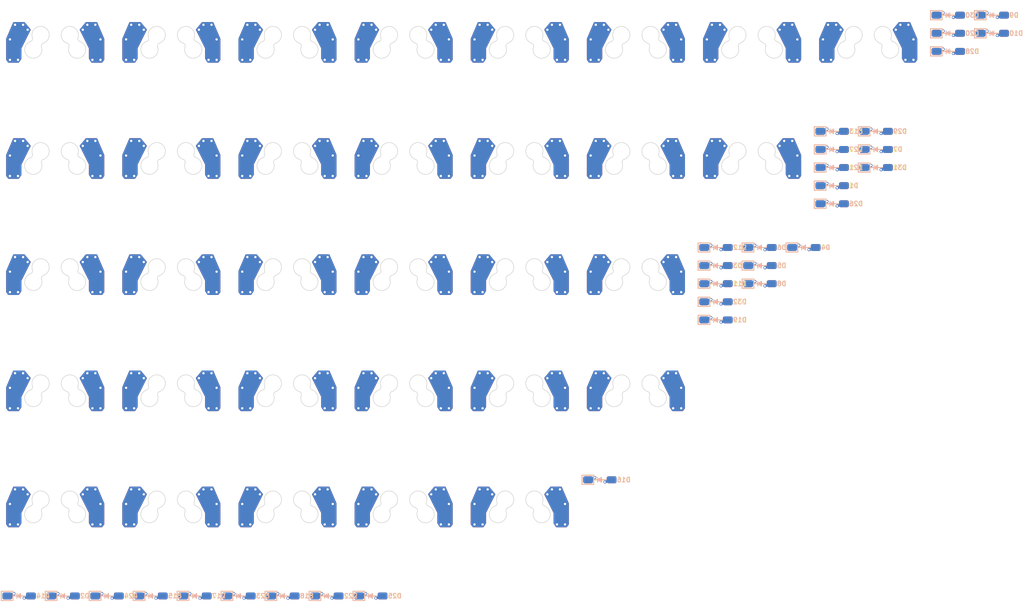
<source format=kicad_pcb>
(kicad_pcb (version 20211014) (generator pcbnew)
  (layers (0 "F.Cu" signal) (31 "B.Cu" signal) (34 "B.Paste" user) (35 "F.Paste" user) (36 "B.SilkS" user "B.Silkscreen") (37 "F.SilkS" user "F.Silkscreen") (38 "B.Mask" user) (39 "F.Mask" user) (44 "Edge.Cuts" user))
  (net 0 "")
  (net 1 "Net-(D1-Pad1)")
  (net 2 "ROW1")
  (net 3 "Net-(D2-Pad1)")
  (net 4 "ROW2")
  (net 5 "Net-(D3-Pad1)")
  (net 6 "ROW3")
  (net 7 "Net-(D4-Pad1)")
  (net 8 "ROW4")
  (net 9 "Net-(D5-Pad1)")
  (net 10 "Net-(D6-Pad1)")
  (net 11 "Net-(D7-Pad1)")
  (net 12 "Net-(D8-Pad1)")
  (net 13 "Net-(D9-Pad1)")
  (net 14 "Net-(D10-Pad1)")
  (net 15 "Net-(D11-Pad1)")
  (net 16 "Net-(D12-Pad1)")
  (net 17 "Net-(D13-Pad1)")
  (net 18 "Net-(D14-Pad1)")
  (net 19 "Net-(D15-Pad1)")
  (net 20 "Net-(D16-Pad1)")
  (net 21 "Net-(D17-Pad1)")
  (net 22 "ROW5")
  (net 23 "Net-(D18-Pad1)")
  (net 24 "Net-(D19-Pad1)")
  (net 25 "Net-(D20-Pad1)")
  (net 26 "Net-(D21-Pad1)")
  (net 27 "Net-(D22-Pad1)")
  (net 28 "Net-(D23-Pad1)")
  (net 29 "Net-(D24-Pad1)")
  (net 30 "Net-(D25-Pad1)")
  (net 31 "Net-(D26-Pad1)")
  (net 32 "Net-(D27-Pad1)")
  (net 33 "Net-(D28-Pad1)")
  (net 34 "Net-(D29-Pad1)")
  (net 35 "Net-(D30-Pad1)")
  (net 36 "Net-(D31-Pad1)")
  (net 37 "Net-(D32-Pad1)")
  (net 38 "COL1")
  (net 39 "COL2")
  (net 40 "COL3")
  (net 41 "COL4")
  (net 42 "COL5")
  (net 43 "COL6")
  (net 44 "COL7")
  (footprint "reversible-footprints:MX-1U-Hotswap" (layer "F.Cu") (at 189.16 37.29)
    (fp_text reference "SW21")
    (fp_text value "SW_Push")
    (fp_arc (start -2.389 -3.02) (mid -4.481247 -1.198706) (end -4.277581 -3.965135) (layer "Edge.Cuts") (width 0.1))
    (fp_arc (start -2.389 -3.02) (mid -2.362333 -3.403985) (end -2.070858 -3.655378) (layer "Edge.Cuts") (width 0.1))
    (fp_arc (start -3.96108 -4.600241) (mid -1.869375 -6.421603) (end -2.070859 -3.655379) (layer "Edge.Cuts") (width 0.1))
    (fp_arc (start -3.96108 -4.600241) (mid -3.987242 -4.216863) (end -4.277581 -3.965135) (layer "Edge.Cuts") (width 0.1))
    (fp_arc (start 2.070859 -3.655379) (mid 1.869375 -6.421604) (end 3.96108 -4.600241) (layer "Edge.Cuts") (width 0.1))
    (fp_arc (start 4.277581 -3.965135) (mid 3.987242 -4.216863) (end 3.96108 -4.600241) (layer "Edge.Cuts") (width 0.1))
    (fp_arc (start 2.070858 -3.655378) (mid 2.362333 -3.403985) (end 2.389 -3.02) (layer "Edge.Cuts") (width 0.1))
    (fp_arc (start 4.277581 -3.965135) (mid 4.481247 -1.198706) (end 2.389 -3.02) (layer "Edge.Cuts") (width 0.1))
  )
  (footprint "reversible-footprints:MX-1U-Hotswap" (layer "F.Cu") (at 47.69 57.5)
    (fp_text reference "SW32")
    (fp_text value "SW_Push")
    (fp_arc (start 2.070859 -3.655379) (mid 1.869375 -6.421604) (end 3.96108 -4.600241) (layer "Edge.Cuts") (width 0.1))
    (fp_arc (start -3.96108 -4.600241) (mid -1.869375 -6.421603) (end -2.070859 -3.655379) (layer "Edge.Cuts") (width 0.1))
    (fp_arc (start -2.389 -3.02) (mid -4.481247 -1.198706) (end -4.277581 -3.965135) (layer "Edge.Cuts") (width 0.1))
    (fp_arc (start 4.277581 -3.965135) (mid 3.987242 -4.216863) (end 3.96108 -4.600241) (layer "Edge.Cuts") (width 0.1))
    (fp_arc (start -2.389 -3.02) (mid -2.362333 -3.403985) (end -2.070858 -3.655378) (layer "Edge.Cuts") (width 0.1))
    (fp_arc (start 2.070858 -3.655378) (mid 2.362333 -3.403985) (end 2.389 -3.02) (layer "Edge.Cuts") (width 0.1))
    (fp_arc (start 4.277581 -3.965135) (mid 4.481247 -1.198706) (end 2.389 -3.02) (layer "Edge.Cuts") (width 0.1))
    (fp_arc (start -3.96108 -4.600241) (mid -3.987242 -4.216863) (end -4.277581 -3.965135) (layer "Edge.Cuts") (width 0.1))
  )
  (footprint "reversible-footprints:MX-1U-Hotswap" (layer "F.Cu") (at 148.74 77.71)
    (fp_text reference "SW27")
    (fp_text value "SW_Push")
    (fp_arc (start -3.96108 -4.600241) (mid -1.869375 -6.421603) (end -2.070859 -3.655379) (layer "Edge.Cuts") (width 0.1))
    (fp_arc (start 2.070858 -3.655378) (mid 2.362333 -3.403985) (end 2.389 -3.02) (layer "Edge.Cuts") (width 0.1))
    (fp_arc (start 2.070859 -3.655379) (mid 1.869375 -6.421604) (end 3.96108 -4.600241) (layer "Edge.Cuts") (width 0.1))
    (fp_arc (start 4.277581 -3.965135) (mid 4.481247 -1.198706) (end 2.389 -3.02) (layer "Edge.Cuts") (width 0.1))
    (fp_arc (start 4.277581 -3.965135) (mid 3.987242 -4.216863) (end 3.96108 -4.600241) (layer "Edge.Cuts") (width 0.1))
    (fp_arc (start -2.389 -3.02) (mid -2.362333 -3.403985) (end -2.070858 -3.655378) (layer "Edge.Cuts") (width 0.1))
    (fp_arc (start -2.389 -3.02) (mid -4.481247 -1.198706) (end -4.277581 -3.965135) (layer "Edge.Cuts") (width 0.1))
    (fp_arc (start -3.96108 -4.600241) (mid -3.987242 -4.216863) (end -4.277581 -3.965135) (layer "Edge.Cuts") (width 0.1))
  )
  (footprint "reversible-footprints:D_SOD-123" (layer "F.Cu") (at 87.31 129.81)
    (fp_text reference "D18")
    (fp_text value "1N4148")
  )
  (footprint "reversible-footprints:MX-1U-Hotswap" (layer "F.Cu") (at 108.32 77.71)
    (fp_text reference "SW2")
    (fp_text value "SW_Push")
    (fp_arc (start 4.277581 -3.965135) (mid 4.481247 -1.198706) (end 2.389 -3.02) (layer "Edge.Cuts") (width 0.1))
    (fp_arc (start 4.277581 -3.965135) (mid 3.987242 -4.216863) (end 3.96108 -4.600241) (layer "Edge.Cuts") (width 0.1))
    (fp_arc (start -2.389 -3.02) (mid -4.481247 -1.198706) (end -4.277581 -3.965135) (layer "Edge.Cuts") (width 0.1))
    (fp_arc (start 2.070858 -3.655378) (mid 2.362333 -3.403985) (end 2.389 -3.02) (layer "Edge.Cuts") (width 0.1))
    (fp_arc (start -3.96108 -4.600241) (mid -1.869375 -6.421603) (end -2.070859 -3.655379) (layer "Edge.Cuts") (width 0.1))
    (fp_arc (start 2.070859 -3.655379) (mid 1.869375 -6.421604) (end 3.96108 -4.600241) (layer "Edge.Cuts") (width 0.1))
    (fp_arc (start -3.96108 -4.600241) (mid -3.987242 -4.216863) (end -4.277581 -3.965135) (layer "Edge.Cuts") (width 0.1))
    (fp_arc (start -2.389 -3.02) (mid -2.362333 -3.403985) (end -2.070858 -3.655378) (layer "Edge.Cuts") (width 0.1))
  )
  (footprint "reversible-footprints:D_SOD-123" (layer "F.Cu") (at 210.74 31.91)
    (fp_text reference "D10")
    (fp_text value "1N4148")
  )
  (footprint "reversible-footprints:MX-1U-Hotswap" (layer "F.Cu") (at 88.11 37.29)
    (fp_text reference "SW11")
    (fp_text value "SW_Push")
    (fp_arc (start 2.070859 -3.655379) (mid 1.869375 -6.421604) (end 3.96108 -4.600241) (layer "Edge.Cuts") (width 0.1))
    (fp_arc (start -3.96108 -4.600241) (mid -1.869375 -6.421603) (end -2.070859 -3.655379) (layer "Edge.Cuts") (width 0.1))
    (fp_arc (start 2.070858 -3.655378) (mid 2.362333 -3.403985) (end 2.389 -3.02) (layer "Edge.Cuts") (width 0.1))
    (fp_arc (start 4.277581 -3.965135) (mid 3.987242 -4.216863) (end 3.96108 -4.600241) (layer "Edge.Cuts") (width 0.1))
    (fp_arc (start -3.96108 -4.600241) (mid -3.987242 -4.216863) (end -4.277581 -3.965135) (layer "Edge.Cuts") (width 0.1))
    (fp_arc (start 4.277581 -3.965135) (mid 4.481247 -1.198706) (end 2.389 -3.02) (layer "Edge.Cuts") (width 0.1))
    (fp_arc (start -2.389 -3.02) (mid -4.481247 -1.198706) (end -4.277581 -3.965135) (layer "Edge.Cuts") (width 0.1))
    (fp_arc (start -2.389 -3.02) (mid -2.362333 -3.403985) (end -2.070858 -3.655378) (layer "Edge.Cuts") (width 0.1))
  )
  (footprint "reversible-footprints:D_SOD-123" (layer "F.Cu") (at 170.32 75.48)
    (fp_text reference "D8")
    (fp_text value "1N4148")
  )
  (footprint "reversible-footprints:D_SOD-123" (layer "F.Cu") (at 102.61 129.81)
    (fp_text reference "D25")
    (fp_text value "1N4148")
  )
  (footprint "reversible-footprints:D_SOD-123" (layer "F.Cu") (at 49.06 129.81)
    (fp_text reference "D2")
    (fp_text value "1N4148")
  )
  (footprint "reversible-footprints:D_SOD-123" (layer "F.Cu") (at 94.96 129.81)
    (fp_text reference "D22")
    (fp_text value "1N4148")
  )
  (footprint "reversible-footprints:D_SOD-123" (layer "F.Cu") (at 162.67 72.33)
    (fp_text reference "D3")
    (fp_text value "1N4148")
  )
  (footprint "reversible-footprints:MX-1U-Hotswap" (layer "F.Cu") (at 67.9 57.5)
    (fp_text reference "SW16")
    (fp_text value "SW_Push")
    (fp_arc (start 4.277581 -3.965135) (mid 3.987242 -4.216863) (end 3.96108 -4.600241) (layer "Edge.Cuts") (width 0.1))
    (fp_arc (start -2.389 -3.02) (mid -4.481247 -1.198706) (end -4.277581 -3.965135) (layer "Edge.Cuts") (width 0.1))
    (fp_arc (start -2.389 -3.02) (mid -2.362333 -3.403985) (end -2.070858 -3.655378) (layer "Edge.Cuts") (width 0.1))
    (fp_arc (start -3.96108 -4.600241) (mid -1.869375 -6.421603) (end -2.070859 -3.655379) (layer "Edge.Cuts") (width 0.1))
    (fp_arc (start 4.277581 -3.965135) (mid 4.481247 -1.198706) (end 2.389 -3.02) (layer "Edge.Cuts") (width 0.1))
    (fp_arc (start 2.070858 -3.655378) (mid 2.362333 -3.403985) (end 2.389 -3.02) (layer "Edge.Cuts") (width 0.1))
    (fp_arc (start -3.96108 -4.600241) (mid -3.987242 -4.216863) (end -4.277581 -3.965135) (layer "Edge.Cuts") (width 0.1))
    (fp_arc (start 2.070859 -3.655379) (mid 1.869375 -6.421604) (end 3.96108 -4.600241) (layer "Edge.Cuts") (width 0.1))
  )
  (footprint "reversible-footprints:MX-1U-Hotswap" (layer "F.Cu") (at 128.53 37.29)
    (fp_text reference "SW18")
    (fp_text value "SW_Push")
    (fp_arc (start -2.389 -3.02) (mid -2.362333 -3.403985) (end -2.070858 -3.655378) (layer "Edge.Cuts") (width 0.1))
    (fp_arc (start 2.070859 -3.655379) (mid 1.869375 -6.421604) (end 3.96108 -4.600241) (layer "Edge.Cuts") (width 0.1))
    (fp_arc (start 4.277581 -3.965135) (mid 4.481247 -1.198706) (end 2.389 -3.02) (layer "Edge.Cuts") (width 0.1))
    (fp_arc (start -3.96108 -4.600241) (mid -3.987242 -4.216863) (end -4.277581 -3.965135) (layer "Edge.Cuts") (width 0.1))
    (fp_arc (start 4.277581 -3.965135) (mid 3.987242 -4.216863) (end 3.96108 -4.600241) (layer "Edge.Cuts") (width 0.1))
    (fp_arc (start -2.389 -3.02) (mid -4.481247 -1.198706) (end -4.277581 -3.965135) (layer "Edge.Cuts") (width 0.1))
    (fp_arc (start -3.96108 -4.600241) (mid -1.869375 -6.421603) (end -2.070859 -3.655379) (layer "Edge.Cuts") (width 0.1))
    (fp_arc (start 2.070858 -3.655378) (mid 2.362333 -3.403985) (end 2.389 -3.02) (layer "Edge.Cuts") (width 0.1))
  )
  (footprint "reversible-footprints:MX-1U-Hotswap" (layer "F.Cu") (at 128.53 118.13)
    (fp_text reference "SW7")
    (fp_text value "SW_Push")
    (fp_arc (start 4.277581 -3.965135) (mid 4.481247 -1.198706) (end 2.389 -3.02) (layer "Edge.Cuts") (width 0.1))
    (fp_arc (start 2.070859 -3.655379) (mid 1.869375 -6.421604) (end 3.96108 -4.600241) (layer "Edge.Cuts") (width 0.1))
    (fp_arc (start -2.389 -3.02) (mid -2.362333 -3.403985) (end -2.070858 -3.655378) (layer "Edge.Cuts") (width 0.1))
    (fp_arc (start 2.070858 -3.655378) (mid 2.362333 -3.403985) (end 2.389 -3.02) (layer "Edge.Cuts") (width 0.1))
    (fp_arc (start -3.96108 -4.600241) (mid -3.987242 -4.216863) (end -4.277581 -3.965135) (layer "Edge.Cuts") (width 0.1))
    (fp_arc (start 4.277581 -3.965135) (mid 3.987242 -4.216863) (end 3.96108 -4.600241) (layer "Edge.Cuts") (width 0.1))
    (fp_arc (start -2.389 -3.02) (mid -4.481247 -1.198706) (end -4.277581 -3.965135) (layer "Edge.Cuts") (width 0.1))
    (fp_arc (start -3.96108 -4.600241) (mid -1.869375 -6.421603) (end -2.070859 -3.655379) (layer "Edge.Cuts") (width 0.1))
  )
  (footprint "reversible-footprints:D_SOD-123" (layer "F.Cu") (at 162.67 69.18)
    (fp_text reference "D12")
    (fp_text value "1N4148")
  )
  (footprint "reversible-footprints:D_SOD-123" (layer "F.Cu") (at 64.36 129.81)
    (fp_text reference "D15")
    (fp_text value "1N4148")
  )
  (footprint "reversible-footprints:D_SOD-123" (layer "F.Cu") (at 56.71 129.81)
    (fp_text reference "D24")
    (fp_text value "1N4148")
  )
  (footprint "reversible-footprints:MX-1U-Hotswap" (layer "F.Cu") (at 67.9 77.71)
    (fp_text reference "SW14")
    (fp_text value "SW_Push")
    (fp_arc (start -2.389 -3.02) (mid -4.481247 -1.198706) (end -4.277581 -3.965135) (layer "Edge.Cuts") (width 0.1))
    (fp_arc (start 4.277581 -3.965135) (mid 4.481247 -1.198706) (end 2.389 -3.02) (layer "Edge.Cuts") (width 0.1))
    (fp_arc (start -2.389 -3.02) (mid -2.362333 -3.403985) (end -2.070858 -3.655378) (layer "Edge.Cuts") (width 0.1))
    (fp_arc (start 2.070858 -3.655378) (mid 2.362333 -3.403985) (end 2.389 -3.02) (layer "Edge.Cuts") (width 0.1))
    (fp_arc (start 4.277581 -3.965135) (mid 3.987242 -4.216863) (end 3.96108 -4.600241) (layer "Edge.Cuts") (width 0.1))
    (fp_arc (start 2.070859 -3.655379) (mid 1.869375 -6.421604) (end 3.96108 -4.600241) (layer "Edge.Cuts") (width 0.1))
    (fp_arc (start -3.96108 -4.600241) (mid -3.987242 -4.216863) (end -4.277581 -3.965135) (layer "Edge.Cuts") (width 0.1))
    (fp_arc (start -3.96108 -4.600241) (mid -1.869375 -6.421603) (end -2.070859 -3.655379) (layer "Edge.Cuts") (width 0.1))
  )
  (footprint "reversible-footprints:D_SOD-123" (layer "F.Cu") (at 190.53 48.97)
    (fp_text reference "D29")
    (fp_text value "1N4148")
  )
  (footprint "reversible-footprints:D_SOD-123" (layer "F.Cu") (at 162.67 81.78)
    (fp_text reference "D19")
    (fp_text value "1N4148")
  )
  (footprint "reversible-footprints:D_SOD-123" (layer "F.Cu") (at 72.01 129.81)
    (fp_text reference "D17")
    (fp_text value "1N4148")
  )
  (footprint "reversible-footprints:MX-1U-Hotswap" (layer "F.Cu") (at 88.11 77.71)
    (fp_text reference "SW12")
    (fp_text value "SW_Push")
    (fp_arc (start -3.96108 -4.600241) (mid -1.869375 -6.421603) (end -2.070859 -3.655379) (layer "Edge.Cuts") (width 0.1))
    (fp_arc (start -2.389 -3.02) (mid -4.481247 -1.198706) (end -4.277581 -3.965135) (layer "Edge.Cuts") (width 0.1))
    (fp_arc (start 2.070858 -3.655378) (mid 2.362333 -3.403985) (end 2.389 -3.02) (layer "Edge.Cuts") (width 0.1))
    (fp_arc (start 4.277581 -3.965135) (mid 3.987242 -4.216863) (end 3.96108 -4.600241) (layer "Edge.Cuts") (width 0.1))
    (fp_arc (start 2.070859 -3.655379) (mid 1.869375 -6.421604) (end 3.96108 -4.600241) (layer "Edge.Cuts") (width 0.1))
    (fp_arc (start -3.96108 -4.600241) (mid -3.987242 -4.216863) (end -4.277581 -3.965135) (layer "Edge.Cuts") (width 0.1))
    (fp_arc (start -2.389 -3.02) (mid -2.362333 -3.403985) (end -2.070858 -3.655378) (layer "Edge.Cuts") (width 0.1))
    (fp_arc (start 4.277581 -3.965135) (mid 4.481247 -1.198706) (end 2.389 -3.02) (layer "Edge.Cuts") (width 0.1))
  )
  (footprint "reversible-footprints:D_SOD-123" (layer "F.Cu") (at 79.66 129.81)
    (fp_text reference "D23")
    (fp_text value "1N4148")
  )
  (footprint "reversible-footprints:MX-1U-Hotswap" (layer "F.Cu") (at 67.9 37.29)
    (fp_text reference "SW3")
    (fp_text value "SW_Push")
    (fp_arc (start 4.277581 -3.965135) (mid 3.987242 -4.216863) (end 3.96108 -4.600241) (layer "Edge.Cuts") (width 0.1))
    (fp_arc (start -3.96108 -4.600241) (mid -3.987242 -4.216863) (end -4.277581 -3.965135) (layer "Edge.Cuts") (width 0.1))
    (fp_arc (start 2.070859 -3.655379) (mid 1.869375 -6.421604) (end 3.96108 -4.600241) (layer "Edge.Cuts") (width 0.1))
    (fp_arc (start -3.96108 -4.600241) (mid -1.869375 -6.421603) (end -2.070859 -3.655379) (layer "Edge.Cuts") (width 0.1))
    (fp_arc (start -2.389 -3.02) (mid -2.362333 -3.403985) (end -2.070858 -3.655378) (layer "Edge.Cuts") (width 0.1))
    (fp_arc (start -2.389 -3.02) (mid -4.481247 -1.198706) (end -4.277581 -3.965135) (layer "Edge.Cuts") (width 0.1))
    (fp_arc (start 2.070858 -3.655378) (mid 2.362333 -3.403985) (end 2.389 -3.02) (layer "Edge.Cuts") (width 0.1))
    (fp_arc (start 4.277581 -3.965135) (mid 4.481247 -1.198706) (end 2.389 -3.02) (layer "Edge.Cuts") (width 0.1))
  )
  (footprint "reversible-footprints:D_SOD-123" (layer "F.Cu") (at 170.32 69.18)
    (fp_text reference "D6")
    (fp_text value "1N4148")
  )
  (footprint "reversible-footprints:MX-1U-Hotswap" (layer "F.Cu") (at 67.9 97.92)
    (fp_text reference "SW15")
    (fp_text value "SW_Push")
    (fp_arc (start -2.389 -3.02) (mid -4.481247 -1.198706) (end -4.277581 -3.965135) (layer "Edge.Cuts") (width 0.1))
    (fp_arc (start -2.389 -3.02) (mid -2.362333 -3.403985) (end -2.070858 -3.655378) (layer "Edge.Cuts") (width 0.1))
    (fp_arc (start 2.070859 -3.655379) (mid 1.869375 -6.421604) (end 3.96108 -4.600241) (layer "Edge.Cuts") (width 0.1))
    (fp_arc (start 4.277581 -3.965135) (mid 3.987242 -4.216863) (end 3.96108 -4.600241) (layer "Edge.Cuts") (width 0.1))
    (fp_arc (start 2.070858 -3.655378) (mid 2.362333 -3.403985) (end 2.389 -3.02) (layer "Edge.Cuts") (width 0.1))
    (fp_arc (start -3.96108 -4.600241) (mid -1.869375 -6.421603) (end -2.070859 -3.655379) (layer "Edge.Cuts") (width 0.1))
    (fp_arc (start 4.277581 -3.965135) (mid 4.481247 -1.198706) (end 2.389 -3.02) (layer "Edge.Cuts") (width 0.1))
    (fp_arc (start -3.96108 -4.600241) (mid -3.987242 -4.216863) (end -4.277581 -3.965135) (layer "Edge.Cuts") (width 0.1))
  )
  (footprint "reversible-footprints:MX-1U-Hotswap" (layer "F.Cu") (at 148.74 57.5)
    (fp_text reference "SW8")
    (fp_text value "SW_Push")
    (fp_arc (start 4.277581 -3.965135) (mid 3.987242 -4.216863) (end 3.96108 -4.600241) (layer "Edge.Cuts") (width 0.1))
    (fp_arc (start -2.389 -3.02) (mid -2.362333 -3.403985) (end -2.070858 -3.655378) (layer "Edge.Cuts") (width 0.1))
    (fp_arc (start -2.389 -3.02) (mid -4.481247 -1.198706) (end -4.277581 -3.965135) (layer "Edge.Cuts") (width 0.1))
    (fp_arc (start -3.96108 -4.600241) (mid -1.869375 -6.421603) (end -2.070859 -3.655379) (layer "Edge.Cuts") (width 0.1))
    (fp_arc (start 2.070858 -3.655378) (mid 2.362333 -3.403985) (end 2.389 -3.02) (layer "Edge.Cuts") (width 0.1))
    (fp_arc (start 2.070859 -3.655379) (mid 1.869375 -6.421604) (end 3.96108 -4.600241) (layer "Edge.Cuts") (width 0.1))
    (fp_arc (start 4.277581 -3.965135) (mid 4.481247 -1.198706) (end 2.389 -3.02) (layer "Edge.Cuts") (width 0.1))
    (fp_arc (start -3.96108 -4.600241) (mid -3.987242 -4.216863) (end -4.277581 -3.965135) (layer "Edge.Cuts") (width 0.1))
  )
  (footprint "reversible-footprints:MX-1U-Hotswap" (layer "F.Cu") (at 168.95 57.5)
    (fp_text reference "SW28")
    (fp_text value "SW_Push")
    (fp_arc (start 2.070859 -3.655379) (mid 1.869375 -6.421604) (end 3.96108 -4.600241) (layer "Edge.Cuts") (width 0.1))
    (fp_arc (start 4.277581 -3.965135) (mid 3.987242 -4.216863) (end 3.96108 -4.600241) (layer "Edge.Cuts") (width 0.1))
    (fp_arc (start 2.070858 -3.655378) (mid 2.362333 -3.403985) (end 2.389 -3.02) (layer "Edge.Cuts") (width 0.1))
    (fp_arc (start -2.389 -3.02) (mid -4.481247 -1.198706) (end -4.277581 -3.965135) (layer "Edge.Cuts") (width 0.1))
    (fp_arc (start -3.96108 -4.600241) (mid -1.869375 -6.421603) (end -2.070859 -3.655379) (layer "Edge.Cuts") (width 0.1))
    (fp_arc (start -2.389 -3.02) (mid -2.362333 -3.403985) (end -2.070858 -3.655378) (layer "Edge.Cuts") (width 0.1))
    (fp_arc (start -3.96108 -4.600241) (mid -3.987242 -4.216863) (end -4.277581 -3.965135) (layer "Edge.Cuts") (width 0.1))
    (fp_arc (start 4.277581 -3.965135) (mid 4.481247 -1.198706) (end 2.389 -3.02) (layer "Edge.Cuts") (width 0.1))
  )
  (footprint "reversible-footprints:D_SOD-123" (layer "F.Cu") (at 190.53 55.27)
    (fp_text reference "D31")
    (fp_text value "1N4148")
  )
  (footprint "reversible-footprints:MX-1U-Hotswap" (layer "F.Cu") (at 128.53 57.5)
    (fp_text reference "SW29")
    (fp_text value "SW_Push")
    (fp_arc (start 4.277581 -3.965135) (mid 4.481247 -1.198706) (end 2.389 -3.02) (layer "Edge.Cuts") (width 0.1))
    (fp_arc (start -3.96108 -4.600241) (mid -1.869375 -6.421603) (end -2.070859 -3.655379) (layer "Edge.Cuts") (width 0.1))
    (fp_arc (start 4.277581 -3.965135) (mid 3.987242 -4.216863) (end 3.96108 -4.600241) (layer "Edge.Cuts") (width 0.1))
    (fp_arc (start -2.389 -3.02) (mid -4.481247 -1.198706) (end -4.277581 -3.965135) (layer "Edge.Cuts") (width 0.1))
    (fp_arc (start -2.389 -3.02) (mid -2.362333 -3.403985) (end -2.070858 -3.655378) (layer "Edge.Cuts") (width 0.1))
    (fp_arc (start -3.96108 -4.600241) (mid -3.987242 -4.216863) (end -4.277581 -3.965135) (layer "Edge.Cuts") (width 0.1))
    (fp_arc (start 2.070858 -3.655378) (mid 2.362333 -3.403985) (end 2.389 -3.02) (layer "Edge.Cuts") (width 0.1))
    (fp_arc (start 2.070859 -3.655379) (mid 1.869375 -6.421604) (end 3.96108 -4.600241) (layer "Edge.Cuts") (width 0.1))
  )
  (footprint "reversible-footprints:MX-1U-Hotswap" (layer "F.Cu") (at 148.74 97.92)
    (fp_text reference "SW26")
    (fp_text value "SW_Push")
    (fp_arc (start -3.96108 -4.600241) (mid -1.869375 -6.421603) (end -2.070859 -3.655379) (layer "Edge.Cuts") (width 0.1))
    (fp_arc (start 2.070858 -3.655378) (mid 2.362333 -3.403985) (end 2.389 -3.02) (layer "Edge.Cuts") (width 0.1))
    (fp_arc (start -2.389 -3.02) (mid -2.362333 -3.403985) (end -2.070858 -3.655378) (layer "Edge.Cuts") (width 0.1))
    (fp_arc (start 4.277581 -3.965135) (mid 3.987242 -4.216863) (end 3.96108 -4.600241) (layer "Edge.Cuts") (width 0.1))
    (fp_arc (start -3.96108 -4.600241) (mid -3.987242 -4.216863) (end -4.277581 -3.965135) (layer "Edge.Cuts") (width 0.1))
    (fp_arc (start 4.277581 -3.965135) (mid 4.481247 -1.198706) (end 2.389 -3.02) (layer "Edge.Cuts") (width 0.1))
    (fp_arc (start 2.070859 -3.655379) (mid 1.869375 -6.421604) (end 3.96108 -4.600241) (layer "Edge.Cuts") (width 0.1))
    (fp_arc (start -2.389 -3.02) (mid -4.481247 -1.198706) (end -4.277581 -3.965135) (layer "Edge.Cuts") (width 0.1))
  )
  (footprint "reversible-footprints:D_SOD-123" (layer "F.Cu") (at 41.41 129.81)
    (fp_text reference "D14")
    (fp_text value "1N4148")
  )
  (footprint "reversible-footprints:MX-1U-Hotswap" (layer "F.Cu") (at 47.69 118.13)
    (fp_text reference "SW22")
    (fp_text value "SW_Push")
    (fp_arc (start 4.277581 -3.965135) (mid 3.987242 -4.216863) (end 3.96108 -4.600241) (layer "Edge.Cuts") (width 0.1))
    (fp_arc (start -2.389 -3.02) (mid -2.362333 -3.403985) (end -2.070858 -3.655378) (layer "Edge.Cuts") (width 0.1))
    (fp_arc (start -3.96108 -4.600241) (mid -3.987242 -4.216863) (end -4.277581 -3.965135) (layer "Edge.Cuts") (width 0.1))
    (fp_arc (start 2.070858 -3.655378) (mid 2.362333 -3.403985) (end 2.389 -3.02) (layer "Edge.Cuts") (width 0.1))
    (fp_arc (start -3.96108 -4.600241) (mid -1.869375 -6.421603) (end -2.070859 -3.655379) (layer "Edge.Cuts") (width 0.1))
    (fp_arc (start -2.389 -3.02) (mid -4.481247 -1.198706) (end -4.277581 -3.965135) (layer "Edge.Cuts") (width 0.1))
    (fp_arc (start 4.277581 -3.965135) (mid 4.481247 -1.198706) (end 2.389 -3.02) (layer "Edge.Cuts") (width 0.1))
    (fp_arc (start 2.070859 -3.655379) (mid 1.869375 -6.421604) (end 3.96108 -4.600241) (layer "Edge.Cuts") (width 0.1))
  )
  (footprint "reversible-footprints:D_SOD-123" (layer "F.Cu") (at 182.88 61.57)
    (fp_text reference "D26")
    (fp_text value "1N4148")
  )
  (footprint "reversible-footprints:MX-1U-Hotswap" (layer "F.Cu") (at 168.95 37.29)
    (fp_text reference "SW31")
    (fp_text value "SW_Push")
    (fp_arc (start 2.070858 -3.655378) (mid 2.362333 -3.403985) (end 2.389 -3.02) (layer "Edge.Cuts") (width 0.1))
    (fp_arc (start -2.389 -3.02) (mid -4.481247 -1.198706) (end -4.277581 -3.965135) (layer "Edge.Cuts") (width 0.1))
    (fp_arc (start 4.277581 -3.965135) (mid 4.481247 -1.198706) (end 2.389 -3.02) (layer "Edge.Cuts") (width 0.1))
    (fp_arc (start -3.96108 -4.600241) (mid -1.869375 -6.421603) (end -2.070859 -3.655379) (layer "Edge.Cuts") (width 0.1))
    (fp_arc (start 2.070859 -3.655379) (mid 1.869375 -6.421604) (end 3.96108 -4.600241) (layer "Edge.Cuts") (width 0.1))
    (fp_arc (start -2.389 -3.02) (mid -2.362333 -3.403985) (end -2.070858 -3.655378) (layer "Edge.Cuts") (width 0.1))
    (fp_arc (start -3.96108 -4.600241) (mid -3.987242 -4.216863) (end -4.277581 -3.965135) (layer "Edge.Cuts") (width 0.1))
    (fp_arc (start 4.277581 -3.965135) (mid 3.987242 -4.216863) (end 3.96108 -4.600241) (layer "Edge.Cuts") (width 0.1))
  )
  (footprint "reversible-footprints:D_SOD-123" (layer "F.Cu") (at 203.09 28.76)
    (fp_text reference "D30")
    (fp_text value "1N4148")
  )
  (footprint "reversible-footprints:D_SOD-123" (layer "F.Cu") (at 203.09 35.06)
    (fp_text reference "D28")
    (fp_text value "1N4148")
  )
  (footprint "reversible-footprints:D_SOD-123" (layer "F.Cu") (at 142.46 109.6)
    (fp_text reference "D16")
    (fp_text value "1N4148")
  )
  (footprint "reversible-footprints:MX-1U-Hotswap" (layer "F.Cu") (at 88.11 97.92)
    (fp_text reference "SW13")
    (fp_text value "SW_Push")
    (fp_arc (start -2.389 -3.02) (mid -4.481247 -1.198706) (end -4.277581 -3.965135) (layer "Edge.Cuts") (width 0.1))
    (fp_arc (start -2.389 -3.02) (mid -2.362333 -3.403985) (end -2.070858 -3.655378) (layer "Edge.Cuts") (width 0.1))
    (fp_arc (start -3.96108 -4.600241) (mid -1.869375 -6.421603) (end -2.070859 -3.655379) (layer "Edge.Cuts") (width 0.1))
    (fp_arc (start 2.070859 -3.655379) (mid 1.869375 -6.421604) (end 3.96108 -4.600241) (layer "Edge.Cuts") (width 0.1))
    (fp_arc (start 4.277581 -3.965135) (mid 3.987242 -4.216863) (end 3.96108 -4.600241) (layer "Edge.Cuts") (width 0.1))
    (fp_arc (start 4.277581 -3.965135) (mid 4.481247 -1.198706) (end 2.389 -3.02) (layer "Edge.Cuts") (width 0.1))
    (fp_arc (start 2.070858 -3.655378) (mid 2.362333 -3.403985) (end 2.389 -3.02) (layer "Edge.Cuts") (width 0.1))
    (fp_arc (start -3.96108 -4.600241) (mid -3.987242 -4.216863) (end -4.277581 -3.965135) (layer "Edge.Cuts") (width 0.1))
  )
  (footprint "reversible-footprints:D_SOD-123" (layer "F.Cu") (at 210.74 28.76)
    (fp_text reference "D9")
    (fp_text value "1N4148")
  )
  (footprint "reversible-footprints:MX-1U-Hotswap" (layer "F.Cu") (at 128.53 77.71)
    (fp_text reference "SW23")
    (fp_text value "SW_Push")
    (fp_arc (start -3.96108 -4.600241) (mid -1.869375 -6.421603) (end -2.070859 -3.655379) (layer "Edge.Cuts") (width 0.1))
    (fp_arc (start -2.389 -3.02) (mid -2.362333 -3.403985) (end -2.070858 -3.655378) (layer "Edge.Cuts") (width 0.1))
    (fp_arc (start 2.070858 -3.655378) (mid 2.362333 -3.403985) (end 2.389 -3.02) (layer "Edge.Cuts") (width 0.1))
    (fp_arc (start 4.277581 -3.965135) (mid 4.481247 -1.198706) (end 2.389 -3.02) (layer "Edge.Cuts") (width 0.1))
    (fp_arc (start -3.96108 -4.600241) (mid -3.987242 -4.216863) (end -4.277581 -3.965135) (layer "Edge.Cuts") (width 0.1))
    (fp_arc (start 4.277581 -3.965135) (mid 3.987242 -4.216863) (end 3.96108 -4.600241) (layer "Edge.Cuts") (width 0.1))
    (fp_arc (start 2.070859 -3.655379) (mid 1.869375 -6.421604) (end 3.96108 -4.600241) (layer "Edge.Cuts") (width 0.1))
    (fp_arc (start -2.389 -3.02) (mid -4.481247 -1.198706) (end -4.277581 -3.965135) (layer "Edge.Cuts") (width 0.1))
  )
  (footprint "reversible-footprints:MX-1U-Hotswap" (layer "F.Cu") (at 148.74 37.29)
    (fp_text reference "SW30")
    (fp_text value "SW_Push")
    (fp_arc (start 2.070859 -3.655379) (mid 1.869375 -6.421604) (end 3.96108 -4.600241) (layer "Edge.Cuts") (width 0.1))
    (fp_arc (start -2.389 -3.02) (mid -4.481247 -1.198706) (end -4.277581 -3.965135) (layer "Edge.Cuts") (width 0.1))
    (fp_arc (start 2.070858 -3.655378) (mid 2.362333 -3.403985) (end 2.389 -3.02) (layer "Edge.Cuts") (width 0.1))
    (fp_arc (start 4.277581 -3.965135) (mid 4.481247 -1.198706) (end 2.389 -3.02) (layer "Edge.Cuts") (width 0.1))
    (fp_arc (start -2.389 -3.02) (mid -2.362333 -3.403985) (end -2.070858 -3.655378) (layer "Edge.Cuts") (width 0.1))
    (fp_arc (start 4.277581 -3.965135) (mid 3.987242 -4.216863) (end 3.96108 -4.600241) (layer "Edge.Cuts") (width 0.1))
    (fp_arc (start -3.96108 -4.600241) (mid -3.987242 -4.216863) (end -4.277581 -3.965135) (layer "Edge.Cuts") (width 0.1))
    (fp_arc (start -3.96108 -4.600241) (mid -1.869375 -6.421603) (end -2.070859 -3.655379) (layer "Edge.Cuts") (width 0.1))
  )
  (footprint "reversible-footprints:MX-1U-Hotswap" (layer "F.Cu") (at 108.32 118.13)
    (fp_text reference "SW20")
    (fp_text value "SW_Push")
    (fp_arc (start 4.277581 -3.965135) (mid 3.987242 -4.216863) (end 3.96108 -4.600241) (layer "Edge.Cuts") (width 0.1))
    (fp_arc (start 2.070858 -3.655378) (mid 2.362333 -3.403985) (end 2.389 -3.02) (layer "Edge.Cuts") (width 0.1))
    (fp_arc (start -2.389 -3.02) (mid -4.481247 -1.198706) (end -4.277581 -3.965135) (layer "Edge.Cuts") (width 0.1))
    (fp_arc (start 2.070859 -3.655379) (mid 1.869375 -6.421604) (end 3.96108 -4.600241) (layer "Edge.Cuts") (width 0.1))
    (fp_arc (start -3.96108 -4.600241) (mid -3.987242 -4.216863) (end -4.277581 -3.965135) (layer "Edge.Cuts") (width 0.1))
    (fp_arc (start 4.277581 -3.965135) (mid 4.481247 -1.198706) (end 2.389 -3.02) (layer "Edge.Cuts") (width 0.1))
    (fp_arc (start -3.96108 -4.600241) (mid -1.869375 -6.421603) (end -2.070859 -3.655379) (layer "Edge.Cuts") (width 0.1))
    (fp_arc (start -2.389 -3.02) (mid -2.362333 -3.403985) (end -2.070858 -3.655378) (layer "Edge.Cuts") (width 0.1))
  )
  (footprint "reversible-footprints:MX-1U-Hotswap" (layer "F.Cu") (at 47.69 97.92)
    (fp_text reference "SW24")
    (fp_text value "SW_Push")
    (fp_arc (start 4.277581 -3.965135) (mid 3.987242 -4.216863) (end 3.96108 -4.600241) (layer "Edge.Cuts") (width 0.1))
    (fp_arc (start -2.389 -3.02) (mid -2.362333 -3.403985) (end -2.070858 -3.655378) (layer "Edge.Cuts") (width 0.1))
    (fp_arc (start 2.070859 -3.655379) (mid 1.869375 -6.421604) (end 3.96108 -4.600241) (layer "Edge.Cuts") (width 0.1))
    (fp_arc (start 4.277581 -3.965135) (mid 4.481247 -1.198706) (end 2.389 -3.02) (layer "Edge.Cuts") (width 0.1))
    (fp_arc (start -3.96108 -4.600241) (mid -3.987242 -4.216863) (end -4.277581 -3.965135) (layer "Edge.Cuts") (width 0.1))
    (fp_arc (start -2.389 -3.02) (mid -4.481247 -1.198706) (end -4.277581 -3.965135) (layer "Edge.Cuts") (width 0.1))
    (fp_arc (start -3.96108 -4.600241) (mid -1.869375 -6.421603) (end -2.070859 -3.655379) (layer "Edge.Cuts") (width 0.1))
    (fp_arc (start 2.070858 -3.655378) (mid 2.362333 -3.403985) (end 2.389 -3.02) (layer "Edge.Cuts") (width 0.1))
  )
  (footprint "reversible-footprints:D_SOD-123" (layer "F.Cu") (at 182.88 48.97)
    (fp_text reference "D13")
    (fp_text value "1N4148")
  )
  (footprint "reversible-footprints:D_SOD-123" (layer "F.Cu") (at 170.32 72.33)
    (fp_text reference "D5")
    (fp_text value "1N4148")
  )
  (footprint "reversible-footprints:MX-1U-Hotswap" (layer "F.Cu") (at 67.9 118.13)
    (fp_text reference "SW9")
    (fp_text value "SW_Push")
    (fp_arc (start 4.277581 -3.965135) (mid 3.987242 -4.216863) (end 3.96108 -4.600241) (layer "Edge.Cuts") (width 0.1))
    (fp_arc (start -3.96108 -4.600241) (mid -1.869375 -6.421603) (end -2.070859 -3.655379) (layer "Edge.Cuts") (width 0.1))
    (fp_arc (start -2.389 -3.02) (mid -4.481247 -1.198706) (end -4.277581 -3.965135) (layer "Edge.Cuts") (width 0.1))
    (fp_arc (start -2.389 -3.02) (mid -2.362333 -3.403985) (end -2.070858 -3.655378) (layer "Edge.Cuts") (width 0.1))
    (fp_arc (start -3.96108 -4.600241) (mid -3.987242 -4.216863) (end -4.277581 -3.965135) (layer "Edge.Cuts") (width 0.1))
    (fp_arc (start 4.277581 -3.965135) (mid 4.481247 -1.198706) (end 2.389 -3.02) (layer "Edge.Cuts") (width 0.1))
    (fp_arc (start 2.070858 -3.655378) (mid 2.362333 -3.403985) (end 2.389 -3.02) (layer "Edge.Cuts") (width 0.1))
    (fp_arc (start 2.070859 -3.655379) (mid 1.869375 -6.421604) (end 3.96108 -4.600241) (layer "Edge.Cuts") (width 0.1))
  )
  (footprint "reversible-footprints:D_SOD-123" (layer "F.Cu") (at 177.97 69.18)
    (fp_text reference "D4")
    (fp_text value "1N4148")
  )
  (footprint "reversible-footprints:MX-1U-Hotswap" (layer "F.Cu") (at 108.32 57.5)
    (fp_text reference "SW25")
    (fp_text value "SW_Push")
    (fp_arc (start 4.277581 -3.965135) (mid 3.987242 -4.216863) (end 3.96108 -4.600241) (layer "Edge.Cuts") (width 0.1))
    (fp_arc (start -2.389 -3.02) (mid -2.362333 -3.403985) (end -2.070858 -3.655378) (layer "Edge.Cuts") (width 0.1))
    (fp_arc (start 2.070859 -3.655379) (mid 1.869375 -6.421604) (end 3.96108 -4.600241) (layer "Edge.Cuts") (width 0.1))
    (fp_arc (start -3.96108 -4.600241) (mid -3.987242 -4.216863) (end -4.277581 -3.965135) (layer "Edge.Cuts") (width 0.1))
    (fp_arc (start 2.070858 -3.655378) (mid 2.362333 -3.403985) (end 2.389 -3.02) (layer "Edge.Cuts") (width 0.1))
    (fp_arc (start -3.96108 -4.600241) (mid -1.869375 -6.421603) (end -2.070859 -3.655379) (layer "Edge.Cuts") (width 0.1))
    (fp_arc (start -2.389 -3.02) (mid -4.481247 -1.198706) (end -4.277581 -3.965135) (layer "Edge.Cuts") (width 0.1))
    (fp_arc (start 4.277581 -3.965135) (mid 4.481247 -1.198706) (end 2.389 -3.02) (layer "Edge.Cuts") (width 0.1))
  )
  (footprint "reversible-footprints:D_SOD-123" (layer "F.Cu") (at 203.09 31.91)
    (fp_text reference "D20")
    (fp_text value "1N4148")
  )
  (footprint "reversible-footprints:MX-1U-Hotswap" (layer "F.Cu") (at 108.32 97.92)
    (fp_text reference "SW6")
    (fp_text value "SW_Push")
    (fp_arc (start -2.389 -3.02) (mid -4.481247 -1.198706) (end -4.277581 -3.965135) (layer "Edge.Cuts") (width 0.1))
    (fp_arc (start 4.277581 -3.965135) (mid 4.481247 -1.198706) (end 2.389 -3.02) (layer "Edge.Cuts") (width 0.1))
    (fp_arc (start 4.277581 -3.965135) (mid 3.987242 -4.216863) (end 3.96108 -4.600241) (layer "Edge.Cuts") (width 0.1))
    (fp_arc (start -3.96108 -4.600241) (mid -1.869375 -6.421603) (end -2.070859 -3.655379) (layer "Edge.Cuts") (width 0.1))
    (fp_arc (start 2.070858 -3.655378) (mid 2.362333 -3.403985) (end 2.389 -3.02) (layer "Edge.Cuts") (width 0.1))
    (fp_arc (start -2.389 -3.02) (mid -2.362333 -3.403985) (end -2.070858 -3.655378) (layer "Edge.Cuts") (width 0.1))
    (fp_arc (start 2.070859 -3.655379) (mid 1.869375 -6.421604) (end 3.96108 -4.600241) (layer "Edge.Cuts") (width 0.1))
    (fp_arc (start -3.96108 -4.600241) (mid -3.987242 -4.216863) (end -4.277581 -3.965135) (layer "Edge.Cuts") (width 0.1))
  )
  (footprint "reversible-footprints:D_SOD-123" (layer "F.Cu") (at 182.88 58.42)
    (fp_text reference "D1")
    (fp_text value "1N4148")
  )
  (footprint "reversible-footprints:MX-1U-Hotswap" (layer "F.Cu") (at 47.69 77.71)
    (fp_text reference "SW17")
    (fp_text value "SW_Push")
    (fp_arc (start 4.277581 -3.965135) (mid 3.987242 -4.216863) (end 3.96108 -4.600241) (layer "Edge.Cuts") (width 0.1))
    (fp_arc (start -3.96108 -4.600241) (mid -1.869375 -6.421603) (end -2.070859 -3.655379) (layer "Edge.Cuts") (width 0.1))
    (fp_arc (start -2.389 -3.02) (mid -2.362333 -3.403985) (end -2.070858 -3.655378) (layer "Edge.Cuts") (width 0.1))
    (fp_arc (start 2.070858 -3.655378) (mid 2.362333 -3.403985) (end 2.389 -3.02) (layer "Edge.Cuts") (width 0.1))
    (fp_arc (start -3.96108 -4.600241) (mid -3.987242 -4.216863) (end -4.277581 -3.965135) (layer "Edge.Cuts") (width 0.1))
    (fp_arc (start 4.277581 -3.965135) (mid 4.481247 -1.198706) (end 2.389 -3.02) (layer "Edge.Cuts") (width 0.1))
    (fp_arc (start -2.389 -3.02) (mid -4.481247 -1.198706) (end -4.277581 -3.965135) (layer "Edge.Cuts") (width 0.1))
    (fp_arc (start 2.070859 -3.655379) (mid 1.869375 -6.421604) (end 3.96108 -4.600241) (layer "Edge.Cuts") (width 0.1))
  )
  (footprint "reversible-footprints:MX-1U-Hotswap" (layer "F.Cu") (at 88.11 118.13)
    (fp_text reference "SW19")
    (fp_text value "SW_Push")
    (fp_arc (start 2.070859 -3.655379) (mid 1.869375 -6.421604) (end 3.96108 -4.600241) (layer "Edge.Cuts") (width 0.1))
    (fp_arc (start -3.96108 -4.600241) (mid -1.869375 -6.421603) (end -2.070859 -3.655379) (layer "Edge.Cuts") (width 0.1))
    (fp_arc (start 2.070858 -3.655378) (mid 2.362333 -3.403985) (end 2.389 -3.02) (layer "Edge.Cuts") (width 0.1))
    (fp_arc (start 4.277581 -3.965135) (mid 4.481247 -1.198706) (end 2.389 -3.02) (layer "Edge.Cuts") (width 0.1))
    (fp_arc (start 4.277581 -3.965135) (mid 3.987242 -4.216863) (end 3.96108 -4.600241) (layer "Edge.Cuts") (width 0.1))
    (fp_arc (start -2.389 -3.02) (mid -4.481247 -1.198706) (end -4.277581 -3.965135) (layer "Edge.Cuts") (width 0.1))
    (fp_arc (start -3.96108 -4.600241) (mid -3.987242 -4.216863) (end -4.277581 -3.965135) (layer "Edge.Cuts") (width 0.1))
    (fp_arc (start -2.389 -3.02) (mid -2.362333 -3.403985) (end -2.070858 -3.655378) (layer "Edge.Cuts") (width 0.1))
  )
  (footprint "reversible-footprints:MX-1U-Hotswap" (layer "F.Cu") (at 88.11 57.5)
    (fp_text reference "SW10")
    (fp_text value "SW_Push")
    (fp_arc (start 2.070858 -3.655378) (mid 2.362333 -3.403985) (end 2.389 -3.02) (layer "Edge.Cuts") (width 0.1))
    (fp_arc (start 4.277581 -3.965135) (mid 3.987242 -4.216863) (end 3.96108 -4.600241) (layer "Edge.Cuts") (width 0.1))
    (fp_arc (start -2.389 -3.02) (mid -2.362333 -3.403985) (end -2.070858 -3.655378) (layer "Edge.Cuts") (width 0.1))
    (fp_arc (start -2.389 -3.02) (mid -4.481247 -1.198706) (end -4.277581 -3.965135) (layer "Edge.Cuts") (width 0.1))
    (fp_arc (start 4.277581 -3.965135) (mid 4.481247 -1.198706) (end 2.389 -3.02) (layer "Edge.Cuts") (width 0.1))
    (fp_arc (start -3.96108 -4.600241) (mid -3.987242 -4.216863) (end -4.277581 -3.965135) (layer "Edge.Cuts") (width 0.1))
    (fp_arc (start 2.070859 -3.655379) (mid 1.869375 -6.421604) (end 3.96108 -4.600241) (layer "Edge.Cuts") (width 0.1))
    (fp_arc (start -3.96108 -4.600241) (mid -1.869375 -6.421603) (end -2.070859 -3.655379) (layer "Edge.Cuts") (width 0.1))
  )
  (footprint "reversible-footprints:D_SOD-123" (layer "F.Cu") (at 162.67 75.48)
    (fp_text reference "D11")
    (fp_text value "1N4148")
  )
  (footprint "reversible-footprints:D_SOD-123" (layer "F.Cu") (at 162.67 78.63)
    (fp_text reference "D32")
    (fp_text value "1N4148")
  )
  (footprint "reversible-footprints:MX-1U-Hotswap" (layer "F.Cu") (at 128.53 97.92)
    (fp_text reference "SW1")
    (fp_text value "SW_Push")
    (fp_arc (start 4.277581 -3.965135) (mid 4.481247 -1.198706) (end 2.389 -3.02) (layer "Edge.Cuts") (width 0.1))
    (fp_arc (start 4.277581 -3.965135) (mid 3.987242 -4.216863) (end 3.96108 -4.600241) (layer "Edge.Cuts") (width 0.1))
    (fp_arc (start -3.96108 -4.600241) (mid -3.987242 -4.216863) (end -4.277581 -3.965135) (layer "Edge.Cuts") (width 0.1))
    (fp_arc (start -3.96108 -4.600241) (mid -1.869375 -6.421603) (end -2.070859 -3.655379) (layer "Edge.Cuts") (width 0.1))
    (fp_arc (start -2.389 -3.02) (mid -4.481247 -1.198706) (end -4.277581 -3.965135) (layer "Edge.Cuts") (width 0.1))
    (fp_arc (start 2.070859 -3.655379) (mid 1.869375 -6.421604) (end 3.96108 -4.600241) (layer "Edge.Cuts") (width 0.1))
    (fp_arc (start 2.070858 -3.655378) (mid 2.362333 -3.403985) (end 2.389 -3.02) (layer "Edge.Cuts") (width 0.1))
    (fp_arc (start -2.389 -3.02) (mid -2.362333 -3.403985) (end -2.070858 -3.655378) (layer "Edge.Cuts") (width 0.1))
  )
  (footprint "reversible-footprints:D_SOD-123" (layer "F.Cu") (at 182.88 55.27)
    (fp_text reference "D21")
    (fp_text value "1N4148")
  )
  (footprint "reversible-footprints:D_SOD-123" (layer "F.Cu") (at 190.53 52.12)
    (fp_text reference "D7")
    (fp_text value "1N4148")
  )
  (footprint "reversible-footprints:MX-1U-Hotswap" (layer "F.Cu") (at 108.32 37.29)
    (fp_text reference "SW5")
    (fp_text value "SW_Push")
    (fp_arc (start 2.070859 -3.655379) (mid 1.869375 -6.421604) (end 3.96108 -4.600241) (layer "Edge.Cuts") (width 0.1))
    (fp_arc (start -2.389 -3.02) (mid -2.362333 -3.403985) (end -2.070858 -3.655378) (layer "Edge.Cuts") (width 0.1))
    (fp_arc (start 2.070858 -3.655378) (mid 2.362333 -3.403985) (end 2.389 -3.02) (layer "Edge.Cuts") (width 0.1))
    (fp_arc (start 4.277581 -3.965135) (mid 4.481247 -1.198706) (end 2.389 -3.02) (layer "Edge.Cuts") (width 0.1))
    (fp_arc (start -3.96108 -4.600241) (mid -3.987242 -4.216863) (end -4.277581 -3.965135) (layer "Edge.Cuts") (width 0.1))
    (fp_arc (start -2.389 -3.02) (mid -4.481247 -1.198706) (end -4.277581 -3.965135) (layer "Edge.Cuts") (width 0.1))
    (fp_arc (start 4.277581 -3.965135) (mid 3.987242 -4.216863) (end 3.96108 -4.600241) (layer "Edge.Cuts") (width 0.1))
    (fp_arc (start -3.96108 -4.600241) (mid -1.869375 -6.421603) (end -2.070859 -3.655379) (layer "Edge.Cuts") (width 0.1))
  )
  (footprint "reversible-footprints:MX-1U-Hotswap" (layer "F.Cu") (at 47.69 37.29)
    (fp_text reference "SW4")
    (fp_text value "SW_Push")
    (fp_arc (start -3.96108 -4.600241) (mid -3.987242 -4.216863) (end -4.277581 -3.965135) (layer "Edge.Cuts") (width 0.1))
    (fp_arc (start 4.277581 -3.965135) (mid 3.987242 -4.216863) (end 3.96108 -4.600241) (layer "Edge.Cuts") (width 0.1))
    (fp_arc (start -2.389 -3.02) (mid -2.362333 -3.403985) (end -2.070858 -3.655378) (layer "Edge.Cuts") (width 0.1))
    (fp_arc (start 2.070859 -3.655379) (mid 1.869375 -6.421604) (end 3.96108 -4.600241) (layer "Edge.Cuts") (width 0.1))
    (fp_arc (start 4.277581 -3.965135) (mid 4.481247 -1.198706) (end 2.389 -3.02) (layer "Edge.Cuts") (width 0.1))
    (fp_arc (start -3.96108 -4.600241) (mid -1.869375 -6.421603) (end -2.070859 -3.655379) (layer "Edge.Cuts") (width 0.1))
    (fp_arc (start 2.070858 -3.655378) (mid 2.362333 -3.403985) (end 2.389 -3.02) (layer "Edge.Cuts") (width 0.1))
    (fp_arc (start -2.389 -3.02) (mid -4.481247 -1.198706) (end -4.277581 -3.965135) (layer "Edge.Cuts") (width 0.1))
  )
  (footprint "reversible-footprints:D_SOD-123" (layer "F.Cu") (at 182.88 52.12)
    (fp_text reference "D27")
    (fp_text value "1N4148")
  )
)
</source>
